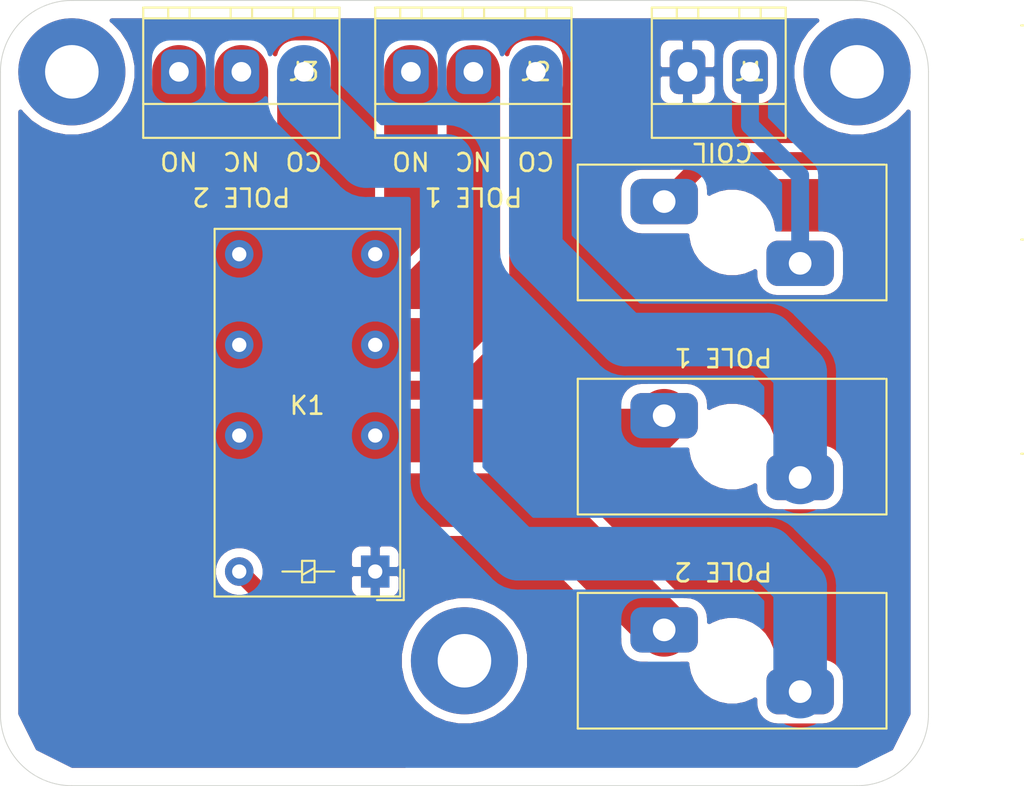
<source format=kicad_pcb>
(kicad_pcb (version 20171130) (host pcbnew 5.1.5-1.fc31)

  (general
    (thickness 1.6)
    (drawings 19)
    (tracks 42)
    (zones 0)
    (modules 7)
    (nets 12)
  )

  (page A4)
  (layers
    (0 F.Cu signal)
    (31 B.Cu signal)
    (32 B.Adhes user hide)
    (33 F.Adhes user hide)
    (34 B.Paste user hide)
    (35 F.Paste user hide)
    (36 B.SilkS user)
    (37 F.SilkS user)
    (38 B.Mask user)
    (39 F.Mask user)
    (40 Dwgs.User user hide)
    (41 Cmts.User user hide)
    (42 Eco1.User user hide)
    (43 Eco2.User user hide)
    (44 Edge.Cuts user)
    (45 Margin user hide)
    (46 B.CrtYd user hide)
    (47 F.CrtYd user hide)
    (48 B.Fab user hide)
    (49 F.Fab user hide)
  )

  (setup
    (last_trace_width 0.25)
    (trace_clearance 0.2)
    (zone_clearance 0.508)
    (zone_45_only no)
    (trace_min 0.2)
    (via_size 0.8)
    (via_drill 0.4)
    (via_min_size 0.4)
    (via_min_drill 0.3)
    (uvia_size 0.3)
    (uvia_drill 0.1)
    (uvias_allowed no)
    (uvia_min_size 0.2)
    (uvia_min_drill 0.1)
    (edge_width 0.05)
    (segment_width 0.2)
    (pcb_text_width 0.3)
    (pcb_text_size 1.5 1.5)
    (mod_edge_width 0.12)
    (mod_text_size 1 1)
    (mod_text_width 0.15)
    (pad_size 3.78 3.78)
    (pad_drill 3.78)
    (pad_to_mask_clearance 0.051)
    (solder_mask_min_width 0.25)
    (aux_axis_origin 0 0)
    (visible_elements FFFFFF7F)
    (pcbplotparams
      (layerselection 0x010f0_ffffffff)
      (usegerberextensions true)
      (usegerberattributes false)
      (usegerberadvancedattributes false)
      (creategerberjobfile false)
      (excludeedgelayer true)
      (linewidth 0.100000)
      (plotframeref false)
      (viasonmask false)
      (mode 1)
      (useauxorigin true)
      (hpglpennumber 1)
      (hpglpenspeed 20)
      (hpglpendiameter 15.000000)
      (psnegative false)
      (psa4output false)
      (plotreference true)
      (plotvalue true)
      (plotinvisibletext false)
      (padsonsilk false)
      (subtractmaskfromsilk false)
      (outputformat 1)
      (mirror false)
      (drillshape 0)
      (scaleselection 1)
      (outputdirectory "/home/preeve/gerber/"))
  )

  (net 0 "")
  (net 1 "Net-(F1-Pad2)")
  (net 2 "Net-(F1-Pad1)")
  (net 3 "Net-(F2-Pad2)")
  (net 4 "Net-(F2-Pad1)")
  (net 5 "Net-(F3-Pad2)")
  (net 6 "Net-(F3-Pad1)")
  (net 7 "Net-(J1-Pad2)")
  (net 8 "Net-(J2-Pad3)")
  (net 9 "Net-(J3-Pad2)")
  (net 10 "Net-(J2-Pad2)")
  (net 11 "Net-(J3-Pad3)")

  (net_class Default "This is the default net class."
    (clearance 0.2)
    (trace_width 0.25)
    (via_dia 0.8)
    (via_drill 0.4)
    (uvia_dia 0.3)
    (uvia_drill 0.1)
    (add_net "Net-(F1-Pad1)")
    (add_net "Net-(F1-Pad2)")
    (add_net "Net-(F2-Pad1)")
    (add_net "Net-(F2-Pad2)")
    (add_net "Net-(F3-Pad1)")
    (add_net "Net-(F3-Pad2)")
    (add_net "Net-(J1-Pad2)")
    (add_net "Net-(J2-Pad2)")
    (add_net "Net-(J2-Pad3)")
    (add_net "Net-(J3-Pad2)")
    (add_net "Net-(J3-Pad3)")
  )

  (module troll-relay:LITTLEFUSE_153008 (layer F.Cu) (tedit 5E15B8BB) (tstamp 5E14781A)
    (at 158 133 90)
    (path /5E153D82)
    (fp_text reference F2 (at 0 0 180) (layer F.SilkS)
      (effects (font (size 1 1) (thickness 0.15)))
    )
    (fp_text value Fuse (at 0 -5.08 90) (layer F.Fab)
      (effects (font (size 1 1) (thickness 0.15)))
    )
    (fp_line (start -3.8 8.65) (end -3.8 -8.65) (layer F.SilkS) (width 0.12))
    (fp_line (start 3.8 8.65) (end -3.8 8.65) (layer F.SilkS) (width 0.12))
    (fp_line (start 11.6 16.2) (end 11.6 16.3) (layer F.SilkS) (width 0.12))
    (fp_line (start 3.8 -8.65) (end 3.8 8.55) (layer F.SilkS) (width 0.12))
    (fp_line (start -3.8 -8.65) (end 3.8 -8.65) (layer F.SilkS) (width 0.12))
    (pad 2 thru_hole roundrect (at -1.73 3.81 90) (size 2.54 3.78) (drill 1.27) (layers *.Cu *.Mask) (roundrect_rratio 0.25)
      (net 3 "Net-(F2-Pad2)"))
    (pad 1 thru_hole roundrect (at 1.73 -3.81 90) (size 2.54 3.78) (drill 1.27) (layers *.Cu *.Mask) (roundrect_rratio 0.25)
      (net 4 "Net-(F2-Pad1)"))
    (pad "" np_thru_hole circle (at 0 0 90) (size 3.78 3.78) (drill 3.78) (layers *.Cu))
  )

  (module troll-relay:LITTLEFUSE_153008 (layer F.Cu) (tedit 5E15B8DC) (tstamp 5E14964E)
    (at 158 109 90)
    (path /5E14A5A0)
    (fp_text reference F3 (at 0 0 180) (layer F.SilkS)
      (effects (font (size 1 1) (thickness 0.15)))
    )
    (fp_text value Fuse (at 0 -5.08 90) (layer F.Fab)
      (effects (font (size 1 1) (thickness 0.15)))
    )
    (fp_line (start -3.8 8.65) (end -3.8 -8.65) (layer F.SilkS) (width 0.12))
    (fp_line (start 3.8 8.65) (end -3.8 8.65) (layer F.SilkS) (width 0.12))
    (fp_line (start 11.6 16.2) (end 11.6 16.3) (layer F.SilkS) (width 0.12))
    (fp_line (start 3.8 -8.65) (end 3.8 8.55) (layer F.SilkS) (width 0.12))
    (fp_line (start -3.8 -8.65) (end 3.8 -8.65) (layer F.SilkS) (width 0.12))
    (pad 2 thru_hole roundrect (at -1.73 3.81 90) (size 2.54 3.78) (drill 1.27) (layers *.Cu *.Mask) (roundrect_rratio 0.25)
      (net 5 "Net-(F3-Pad2)"))
    (pad 1 thru_hole roundrect (at 1.73 -3.81 90) (size 2.54 3.78) (drill 1.27) (layers *.Cu *.Mask) (roundrect_rratio 0.25)
      (net 6 "Net-(F3-Pad1)"))
    (pad "" np_thru_hole circle (at 0 0 90) (size 3.78 3.78) (drill 3.78) (layers *.Cu))
  )

  (module troll-relay:PHOENIX_MKDS_3.5MM_3-POLE_#1751251 (layer F.Cu) (tedit 5E14F4AF) (tstamp 5E15202C)
    (at 134 100 180)
    (path /5E14969E)
    (fp_text reference J3 (at 0 0) (layer F.SilkS)
      (effects (font (size 1 1) (thickness 0.15)))
    )
    (fp_text value Screw_Terminal_01x03 (at 0 -5) (layer F.Fab)
      (effects (font (size 1 1) (thickness 0.15)))
    )
    (fp_line (start 7.6 3) (end 7.6 3.6) (layer F.SilkS) (width 0.12))
    (fp_line (start 6.4 3) (end 6.4 3.6) (layer F.SilkS) (width 0.12))
    (fp_line (start 9 -3.7) (end 9 3.6) (layer F.SilkS) (width 0.12))
    (fp_line (start 4.1 3) (end 4.1 3.6) (layer F.SilkS) (width 0.12))
    (fp_line (start 2.9 3) (end 2.9 3.6) (layer F.SilkS) (width 0.12))
    (fp_line (start 0.6 3) (end 0.6 3.6) (layer F.SilkS) (width 0.12))
    (fp_line (start -0.6 3) (end -0.6 3.6) (layer F.SilkS) (width 0.12))
    (fp_line (start -2 -1.8) (end 9 -1.8) (layer F.SilkS) (width 0.12))
    (fp_line (start -2 3) (end 9 3) (layer F.SilkS) (width 0.12))
    (fp_line (start -2 3.6) (end -2 -3.7) (layer F.SilkS) (width 0.12))
    (fp_line (start 9 3.6) (end -2 3.6) (layer F.SilkS) (width 0.12))
    (fp_line (start -2 -3.7) (end 9 -3.7) (layer F.SilkS) (width 0.12))
    (pad 3 thru_hole roundrect (at 7 0 180) (size 2 2.5) (drill 1.1) (layers *.Cu *.Mask) (roundrect_rratio 0.25)
      (net 11 "Net-(J3-Pad3)"))
    (pad 2 thru_hole roundrect (at 3.5 0 180) (size 2 2.5) (drill 1.1) (layers *.Cu *.Mask) (roundrect_rratio 0.25)
      (net 9 "Net-(J3-Pad2)"))
    (pad 1 thru_hole roundrect (at 0 0 180) (size 2 2.5) (drill 1.1) (layers *.Cu *.Mask) (roundrect_rratio 0.25)
      (net 3 "Net-(F2-Pad2)"))
  )

  (module troll-relay:LITTLEFUSE_153008 (layer F.Cu) (tedit 5E15B8CE) (tstamp 5E1512BA)
    (at 158 121 90)
    (path /5E14AACC)
    (fp_text reference F1 (at 0 0 180) (layer F.SilkS)
      (effects (font (size 1 1) (thickness 0.15)))
    )
    (fp_text value Fuse (at 0 -5.08 90) (layer F.Fab)
      (effects (font (size 1 1) (thickness 0.15)))
    )
    (fp_line (start -3.8 8.65) (end -3.8 -8.65) (layer F.SilkS) (width 0.12))
    (fp_line (start 3.8 8.65) (end -3.8 8.65) (layer F.SilkS) (width 0.12))
    (fp_line (start 11.6 16.2) (end 11.6 16.3) (layer F.SilkS) (width 0.12))
    (fp_line (start 3.8 -8.65) (end 3.8 8.55) (layer F.SilkS) (width 0.12))
    (fp_line (start -3.8 -8.65) (end 3.8 -8.65) (layer F.SilkS) (width 0.12))
    (pad 2 thru_hole roundrect (at -1.73 3.81 90) (size 2.54 3.78) (drill 1.27) (layers *.Cu *.Mask) (roundrect_rratio 0.25)
      (net 1 "Net-(F1-Pad2)"))
    (pad 1 thru_hole roundrect (at 1.73 -3.81 90) (size 2.54 3.78) (drill 1.27) (layers *.Cu *.Mask) (roundrect_rratio 0.25)
      (net 2 "Net-(F1-Pad1)"))
    (pad "" np_thru_hole circle (at 0 0 90) (size 3.78 3.78) (drill 3.78) (layers *.Cu))
  )

  (module troll-relay:PHOENIX_MKDS_3.5MM_3-POLE_#1751251 (layer F.Cu) (tedit 5E14F4AF) (tstamp 5E147879)
    (at 147 100 180)
    (path /5E1490C1)
    (fp_text reference J2 (at 0 0) (layer F.SilkS)
      (effects (font (size 1 1) (thickness 0.15)))
    )
    (fp_text value Screw_Terminal_01x03 (at 0 -5) (layer F.Fab)
      (effects (font (size 1 1) (thickness 0.15)))
    )
    (fp_line (start 7.6 3) (end 7.6 3.6) (layer F.SilkS) (width 0.12))
    (fp_line (start 6.4 3) (end 6.4 3.6) (layer F.SilkS) (width 0.12))
    (fp_line (start 9 -3.7) (end 9 3.6) (layer F.SilkS) (width 0.12))
    (fp_line (start 4.1 3) (end 4.1 3.6) (layer F.SilkS) (width 0.12))
    (fp_line (start 2.9 3) (end 2.9 3.6) (layer F.SilkS) (width 0.12))
    (fp_line (start 0.6 3) (end 0.6 3.6) (layer F.SilkS) (width 0.12))
    (fp_line (start -0.6 3) (end -0.6 3.6) (layer F.SilkS) (width 0.12))
    (fp_line (start -2 -1.8) (end 9 -1.8) (layer F.SilkS) (width 0.12))
    (fp_line (start -2 3) (end 9 3) (layer F.SilkS) (width 0.12))
    (fp_line (start -2 3.6) (end -2 -3.7) (layer F.SilkS) (width 0.12))
    (fp_line (start 9 3.6) (end -2 3.6) (layer F.SilkS) (width 0.12))
    (fp_line (start -2 -3.7) (end 9 -3.7) (layer F.SilkS) (width 0.12))
    (pad 3 thru_hole roundrect (at 7 0 180) (size 2 2.5) (drill 1.1) (layers *.Cu *.Mask) (roundrect_rratio 0.25)
      (net 8 "Net-(J2-Pad3)"))
    (pad 2 thru_hole roundrect (at 3.5 0 180) (size 2 2.5) (drill 1.1) (layers *.Cu *.Mask) (roundrect_rratio 0.25)
      (net 10 "Net-(J2-Pad2)"))
    (pad 1 thru_hole roundrect (at 0 0 180) (size 2 2.5) (drill 1.1) (layers *.Cu *.Mask) (roundrect_rratio 0.25)
      (net 1 "Net-(F1-Pad2)"))
  )

  (module troll-relay:PHOENIX_MKDS_3.5MM_2-POLE_#1751248 (layer F.Cu) (tedit 5E14F116) (tstamp 5E147850)
    (at 159 100 180)
    (path /5E14A049)
    (fp_text reference J1 (at 0 0) (layer F.SilkS)
      (effects (font (size 1 1) (thickness 0.15)))
    )
    (fp_text value Screw_Terminal_01x02 (at 0 -5) (layer F.Fab)
      (effects (font (size 1 1) (thickness 0.15)))
    )
    (fp_line (start 4.1 3) (end 4.1 3.6) (layer F.SilkS) (width 0.12))
    (fp_line (start 2.9 3) (end 2.9 3.6) (layer F.SilkS) (width 0.12))
    (fp_line (start 0.6 3) (end 0.6 3.6) (layer F.SilkS) (width 0.12))
    (fp_line (start -0.6 3) (end -0.6 3.6) (layer F.SilkS) (width 0.12))
    (fp_line (start -2 -1.8) (end 5.5 -1.8) (layer F.SilkS) (width 0.12))
    (fp_line (start -2 3) (end 5.5 3) (layer F.SilkS) (width 0.12))
    (fp_line (start -2 3.6) (end -2 -3.7) (layer F.SilkS) (width 0.12))
    (fp_line (start 5.5 3.6) (end -2 3.6) (layer F.SilkS) (width 0.12))
    (fp_line (start 5.5 -3.7) (end 5.5 3.6) (layer F.SilkS) (width 0.12))
    (fp_line (start -2 -3.7) (end 5.5 -3.7) (layer F.SilkS) (width 0.12))
    (pad 2 thru_hole roundrect (at 3.5 0 180) (size 2 2.5) (drill 1.1) (layers *.Cu *.Mask) (roundrect_rratio 0.25)
      (net 7 "Net-(J1-Pad2)"))
    (pad 1 thru_hole roundrect (at 0 0 180) (size 2 2.5) (drill 1.1) (layers *.Cu *.Mask) (roundrect_rratio 0.25)
      (net 5 "Net-(F3-Pad2)"))
  )

  (module Relay_THT:Relay_DPDT_Finder_30.22 (layer F.Cu) (tedit 5A6F8F81) (tstamp 5E1478C6)
    (at 138 128 90)
    (descr "Finder 32.21-x000 Relay, DPDT, https://gfinder.findernet.com/public/attachments/30/EN/S30EN.pdf")
    (tags "AXICOM IM-Series Relay SPDT")
    (path /5E146D6E)
    (fp_text reference K1 (at 9.3 -3.81) (layer F.SilkS)
      (effects (font (size 1 1) (thickness 0.15)))
    )
    (fp_text value FINDER-30.22 (at 8.4 2.4 90) (layer F.Fab)
      (effects (font (size 1 1) (thickness 0.15)))
    )
    (fp_line (start 19.29 1.49) (end -1.51 1.49) (layer F.CrtYd) (width 0.05))
    (fp_line (start 19.29 1.49) (end 19.29 -9.11) (layer F.CrtYd) (width 0.05))
    (fp_line (start -1.51 -9.11) (end -1.51 1.49) (layer F.CrtYd) (width 0.05))
    (fp_line (start -1.51 -9.11) (end 19.29 -9.11) (layer F.CrtYd) (width 0.05))
    (fp_line (start 0 -2.3) (end 0 -5.2) (layer F.Fab) (width 0.12))
    (fp_line (start -0.6 -4.1) (end -0.6 -3.4) (layer F.SilkS) (width 0.12))
    (fp_line (start 0.6 -4.1) (end -0.6 -4.1) (layer F.SilkS) (width 0.12))
    (fp_line (start 0.6 -3.4) (end 0.6 -4.1) (layer F.SilkS) (width 0.12))
    (fp_line (start -0.6 -3.4) (end 0.6 -3.4) (layer F.SilkS) (width 0.12))
    (fp_line (start 0.2 -3.4) (end -0.2 -4.1) (layer F.SilkS) (width 0.12))
    (fp_line (start 0 -4.1) (end 0 -5.2) (layer F.SilkS) (width 0.12))
    (fp_line (start 0 -3.4) (end 0 -2.3) (layer F.SilkS) (width 0.12))
    (fp_line (start 19.04 1.24) (end 0.04 1.2) (layer F.Fab) (width 0.12))
    (fp_line (start 19.04 -8.86) (end 19.04 1.24) (layer F.Fab) (width 0.12))
    (fp_line (start -1.22 -8.86) (end 19.04 -8.86) (layer F.Fab) (width 0.12))
    (fp_line (start -1.26 -0.2) (end -1.22 -8.86) (layer F.Fab) (width 0.12))
    (fp_line (start 19.2 -9) (end 19.2 1.4) (layer F.SilkS) (width 0.12))
    (fp_line (start -1.4 -9) (end 19.2 -9) (layer F.SilkS) (width 0.12))
    (fp_line (start -1.4 1.4) (end -1.4 -9) (layer F.SilkS) (width 0.12))
    (fp_line (start 19.2 1.4) (end -1.4 1.4) (layer F.SilkS) (width 0.12))
    (fp_line (start -1.6 1.6) (end -1.6 0.1) (layer F.SilkS) (width 0.12))
    (fp_line (start 0.1 1.6) (end -1.6 1.6) (layer F.SilkS) (width 0.12))
    (fp_line (start 0.04 1.2) (end -1.26 -0.2) (layer F.Fab) (width 0.12))
    (fp_text user %R (at 10.2 -4.1 270) (layer F.Fab)
      (effects (font (size 1 1) (thickness 0.15)))
    )
    (pad 12 thru_hole circle (at 12.7 0 180) (size 1.6 1.6) (drill 0.8) (layers *.Cu *.Mask)
      (net 10 "Net-(J2-Pad2)"))
    (pad 14 thru_hole circle (at 17.78 0 180) (size 1.6 1.6) (drill 0.8) (layers *.Cu *.Mask)
      (net 8 "Net-(J2-Pad3)"))
    (pad 11 thru_hole circle (at 7.62 0 180) (size 1.6 1.6) (drill 0.8) (layers *.Cu *.Mask)
      (net 2 "Net-(F1-Pad1)"))
    (pad A2 thru_hole circle (at 0 -7.62 180) (size 1.6 1.6) (drill 0.8) (layers *.Cu *.Mask)
      (net 6 "Net-(F3-Pad1)"))
    (pad A1 thru_hole rect (at 0 0 180) (size 1.6 1.8) (drill 0.8) (layers *.Cu *.Mask)
      (net 7 "Net-(J1-Pad2)"))
    (pad 24 thru_hole circle (at 17.78 -7.62 270) (size 1.6 1.6) (drill 0.8) (layers *.Cu *.Mask)
      (net 11 "Net-(J3-Pad3)"))
    (pad 22 thru_hole circle (at 12.7 -7.62 180) (size 1.6 1.6) (drill 0.8) (layers *.Cu *.Mask)
      (net 9 "Net-(J3-Pad2)"))
    (pad 21 thru_hole circle (at 7.62 -7.62 180) (size 1.6 1.6) (drill 0.8) (layers *.Cu *.Mask)
      (net 4 "Net-(F2-Pad1)"))
    (model ${KISYS3DMOD}/Relay_THT.3dshapes/Relay_DPDT_Finder_30.22.wrl
      (at (xyz 0 0 0))
      (scale (xyz 1 1 1))
      (rotate (xyz 0 0 0))
    )
  )

  (gr_arc (start 121 136) (end 117 136) (angle -90) (layer Edge.Cuts) (width 0.05))
  (gr_arc (start 165 136) (end 165 140) (angle -90) (layer Edge.Cuts) (width 0.05))
  (gr_arc (start 165 100) (end 169 100) (angle -90) (layer Edge.Cuts) (width 0.05))
  (gr_arc (start 121 100) (end 121 96) (angle -90) (layer Edge.Cuts) (width 0.05))
  (gr_text "POLE 2" (at 157.5 128 180) (layer F.SilkS) (tstamp 5E155117)
    (effects (font (size 1 1) (thickness 0.15)))
  )
  (gr_text "POLE 1" (at 157.5 116 180) (layer F.SilkS) (tstamp 5E155113)
    (effects (font (size 1 1) (thickness 0.15)))
  )
  (gr_text "POLE 1" (at 143.5 107 180) (layer F.SilkS)
    (effects (font (size 1 1) (thickness 0.15)))
  )
  (gr_text "POLE 2" (at 130.5 107 180) (layer F.SilkS)
    (effects (font (size 1 1) (thickness 0.15)))
  )
  (gr_line (start 117 136) (end 117 100) (layer Edge.Cuts) (width 0.05) (tstamp 5E1550BB))
  (gr_line (start 165 140) (end 121 140) (layer Edge.Cuts) (width 0.05))
  (gr_line (start 169 100) (end 169 136) (layer Edge.Cuts) (width 0.05))
  (gr_line (start 121 96) (end 165 96) (layer Edge.Cuts) (width 0.05))
  (gr_text NO (at 127 105 180) (layer F.SilkS)
    (effects (font (size 1 1) (thickness 0.15)))
  )
  (gr_text NC (at 130.5 105 180) (layer F.SilkS)
    (effects (font (size 1 1) (thickness 0.15)))
  )
  (gr_text NO (at 140 105 180) (layer F.SilkS)
    (effects (font (size 1 1) (thickness 0.15)))
  )
  (gr_text NC (at 143.5 105 180) (layer F.SilkS)
    (effects (font (size 1 1) (thickness 0.15)))
  )
  (gr_text CO (at 147 105 180) (layer F.SilkS)
    (effects (font (size 1 1) (thickness 0.15)))
  )
  (gr_text CO (at 134 105 180) (layer F.SilkS)
    (effects (font (size 1 1) (thickness 0.15)))
  )
  (gr_text COIL (at 157.48 104.5 180) (layer F.SilkS)
    (effects (font (size 1 1) (thickness 0.15)))
  )

  (via (at 143 133) (size 6) (drill 3) (layers F.Cu B.Cu) (net 0) (tstamp 5E15162A))
  (via (at 121 100) (size 6) (drill 3) (layers F.Cu B.Cu) (net 0) (tstamp 5E14A6F7))
  (via (at 165 100) (size 6) (drill 3) (layers F.Cu B.Cu) (net 0) (tstamp 5E14A6F7))
  (segment (start 147 100) (end 147 110) (width 3) (layer B.Cu) (net 1))
  (segment (start 147 110) (end 152 115) (width 3) (layer B.Cu) (net 1))
  (segment (start 152 115) (end 160 115) (width 3) (layer B.Cu) (net 1))
  (segment (start 161.81 116.81) (end 161.81 122.73) (width 3) (layer B.Cu) (net 1))
  (segment (start 160 115) (end 161.81 116.81) (width 3) (layer B.Cu) (net 1))
  (segment (start 153.08 120.38) (end 154.19 119.27) (width 3) (layer F.Cu) (net 2))
  (segment (start 138 120.38) (end 153.08 120.38) (width 3) (layer F.Cu) (net 2))
  (segment (start 134 101.525497) (end 134 100) (width 3) (layer B.Cu) (net 3))
  (segment (start 137.474503 105) (end 134 101.525497) (width 3) (layer B.Cu) (net 3))
  (segment (start 161.81 128.81) (end 160 127) (width 3) (layer B.Cu) (net 3))
  (segment (start 142 105) (end 137.474503 105) (width 3) (layer B.Cu) (net 3))
  (segment (start 161.81 134.73) (end 161.81 128.81) (width 3) (layer B.Cu) (net 3))
  (segment (start 160 127) (end 146 127) (width 3) (layer B.Cu) (net 3))
  (segment (start 142 123) (end 142 105) (width 3) (layer B.Cu) (net 3))
  (segment (start 146 127) (end 142 123) (width 3) (layer B.Cu) (net 3))
  (segment (start 146.92 124) (end 154.19 131.27) (width 3) (layer F.Cu) (net 4))
  (segment (start 130.38 120.38) (end 134 124) (width 3) (layer F.Cu) (net 4))
  (segment (start 134 124) (end 146.92 124) (width 3) (layer F.Cu) (net 4))
  (segment (start 159 100) (end 159 103) (width 1) (layer B.Cu) (net 5))
  (segment (start 161.81 105.81) (end 161.81 110.73) (width 1) (layer B.Cu) (net 5))
  (segment (start 159 103) (end 161.81 105.81) (width 1) (layer B.Cu) (net 5))
  (segment (start 154.19 107.27) (end 156.46 105) (width 1) (layer F.Cu) (net 6))
  (segment (start 156.46 105) (end 164 105) (width 1) (layer F.Cu) (net 6))
  (segment (start 164 105) (end 166 107) (width 1) (layer F.Cu) (net 6))
  (segment (start 166 107) (end 166 137) (width 1) (layer F.Cu) (net 6))
  (segment (start 166 137) (end 165 138) (width 1) (layer F.Cu) (net 6))
  (segment (start 140.38 138) (end 130.38 128) (width 1) (layer F.Cu) (net 6))
  (segment (start 165 138) (end 140.38 138) (width 1) (layer F.Cu) (net 6))
  (segment (start 140 108.22) (end 138 110.22) (width 3) (layer F.Cu) (net 8))
  (segment (start 140 100) (end 140 108.22) (width 3) (layer F.Cu) (net 8))
  (segment (start 130.38 115.3) (end 134 111.68) (width 3) (layer F.Cu) (net 9))
  (segment (start 134 111.68) (end 134 108) (width 3) (layer F.Cu) (net 9))
  (segment (start 130.5 104.5) (end 130.5 100) (width 3) (layer F.Cu) (net 9))
  (segment (start 134 108) (end 130.5 104.5) (width 3) (layer F.Cu) (net 9))
  (segment (start 143.5 100) (end 143.5 113.5) (width 3) (layer F.Cu) (net 10))
  (segment (start 141.7 115.3) (end 138 115.3) (width 3) (layer F.Cu) (net 10))
  (segment (start 143.5 113.5) (end 141.7 115.3) (width 3) (layer F.Cu) (net 10))
  (segment (start 127 106.84) (end 130.38 110.22) (width 3) (layer F.Cu) (net 11))
  (segment (start 127 100) (end 127 106.84) (width 3) (layer F.Cu) (net 11))

  (zone (net 7) (net_name "Net-(J1-Pad2)") (layer F.Cu) (tstamp 0) (hatch edge 0.508)
    (connect_pads (clearance 0.508))
    (min_thickness 0.254)
    (fill yes (arc_segments 32) (thermal_gap 0.508) (thermal_bridge_width 0.508))
    (polygon
      (pts
        (xy 167 98) (xy 168 100) (xy 168 136) (xy 167 138) (xy 165 139)
        (xy 121 139) (xy 119 138) (xy 118 136) (xy 118 100) (xy 119 98)
        (xy 121 97) (xy 165 97)
      )
    )
    (filled_polygon
      (pts
        (xy 162.682823 97.176511) (xy 162.176511 97.682823) (xy 161.778705 98.278182) (xy 161.504691 98.93971) (xy 161.365 99.641984)
        (xy 161.365 100.358016) (xy 161.504691 101.06029) (xy 161.778705 101.721818) (xy 162.176511 102.317177) (xy 162.682823 102.823489)
        (xy 163.278182 103.221295) (xy 163.93971 103.495309) (xy 164.641984 103.635) (xy 165.358016 103.635) (xy 166.06029 103.495309)
        (xy 166.721818 103.221295) (xy 167.317177 102.823489) (xy 167.823489 102.317177) (xy 167.873 102.243079) (xy 167.873 135.97002)
        (xy 166.90534 137.90534) (xy 166.494243 138.110888) (xy 166.763145 137.841987) (xy 166.806449 137.806449) (xy 166.889684 137.705028)
        (xy 166.948284 137.633623) (xy 167.053676 137.436447) (xy 167.118577 137.222499) (xy 167.140491 137) (xy 167.135 136.944248)
        (xy 167.135 107.055751) (xy 167.140491 106.999999) (xy 167.118577 106.7775) (xy 167.075767 106.636378) (xy 167.053676 106.563553)
        (xy 166.948284 106.366377) (xy 166.806449 106.193551) (xy 166.763141 106.158009) (xy 164.841996 104.236865) (xy 164.806449 104.193551)
        (xy 164.633623 104.051716) (xy 164.436447 103.946324) (xy 164.222499 103.881423) (xy 164.055752 103.865) (xy 164.055751 103.865)
        (xy 164 103.859509) (xy 163.944249 103.865) (xy 156.515752 103.865) (xy 156.46 103.859509) (xy 156.404248 103.865)
        (xy 156.237501 103.881423) (xy 156.023553 103.946324) (xy 155.826377 104.051716) (xy 155.653551 104.193551) (xy 155.618009 104.236859)
        (xy 154.492941 105.361928) (xy 152.935 105.361928) (xy 152.686636 105.38639) (xy 152.447816 105.458835) (xy 152.227719 105.576479)
        (xy 152.034802 105.734802) (xy 151.876479 105.927719) (xy 151.758835 106.147816) (xy 151.68639 106.386636) (xy 151.661928 106.635)
        (xy 151.661928 107.905) (xy 151.68639 108.153364) (xy 151.758835 108.392184) (xy 151.876479 108.612281) (xy 152.034802 108.805198)
        (xy 152.227719 108.963521) (xy 152.447816 109.081165) (xy 152.686636 109.15361) (xy 152.935 109.178072) (xy 155.445 109.178072)
        (xy 155.475 109.175117) (xy 155.475 109.248691) (xy 155.572035 109.736515) (xy 155.762374 110.196036) (xy 156.038705 110.609593)
        (xy 156.390407 110.961295) (xy 156.803964 111.237626) (xy 157.263485 111.427965) (xy 157.751309 111.525) (xy 158.248691 111.525)
        (xy 158.736515 111.427965) (xy 159.196036 111.237626) (xy 159.281928 111.180235) (xy 159.281928 111.365) (xy 159.30639 111.613364)
        (xy 159.378835 111.852184) (xy 159.496479 112.072281) (xy 159.654802 112.265198) (xy 159.847719 112.423521) (xy 160.067816 112.541165)
        (xy 160.306636 112.61361) (xy 160.555 112.638072) (xy 163.065 112.638072) (xy 163.313364 112.61361) (xy 163.552184 112.541165)
        (xy 163.772281 112.423521) (xy 163.965198 112.265198) (xy 164.123521 112.072281) (xy 164.241165 111.852184) (xy 164.31361 111.613364)
        (xy 164.338072 111.365) (xy 164.338072 110.095) (xy 164.31361 109.846636) (xy 164.241165 109.607816) (xy 164.123521 109.387719)
        (xy 163.965198 109.194802) (xy 163.772281 109.036479) (xy 163.552184 108.918835) (xy 163.313364 108.84639) (xy 163.065 108.821928)
        (xy 160.555 108.821928) (xy 160.525 108.824883) (xy 160.525 108.751309) (xy 160.427965 108.263485) (xy 160.237626 107.803964)
        (xy 159.961295 107.390407) (xy 159.609593 107.038705) (xy 159.196036 106.762374) (xy 158.736515 106.572035) (xy 158.248691 106.475)
        (xy 157.751309 106.475) (xy 157.263485 106.572035) (xy 156.803964 106.762374) (xy 156.718072 106.819765) (xy 156.718072 106.635)
        (xy 156.69361 106.386636) (xy 156.690092 106.375039) (xy 156.930132 106.135) (xy 163.529869 106.135) (xy 164.865 107.470132)
        (xy 164.865001 136.529867) (xy 164.529868 136.865) (xy 140.850133 136.865) (xy 136.627117 132.641984) (xy 139.365 132.641984)
        (xy 139.365 133.358016) (xy 139.504691 134.06029) (xy 139.778705 134.721818) (xy 140.176511 135.317177) (xy 140.682823 135.823489)
        (xy 141.278182 136.221295) (xy 141.93971 136.495309) (xy 142.641984 136.635) (xy 143.358016 136.635) (xy 144.06029 136.495309)
        (xy 144.721818 136.221295) (xy 145.317177 135.823489) (xy 145.823489 135.317177) (xy 146.221295 134.721818) (xy 146.495309 134.06029)
        (xy 146.635 133.358016) (xy 146.635 132.641984) (xy 146.495309 131.93971) (xy 146.221295 131.278182) (xy 145.823489 130.682823)
        (xy 145.317177 130.176511) (xy 144.721818 129.778705) (xy 144.06029 129.504691) (xy 143.358016 129.365) (xy 142.641984 129.365)
        (xy 141.93971 129.504691) (xy 141.278182 129.778705) (xy 140.682823 130.176511) (xy 140.176511 130.682823) (xy 139.778705 131.278182)
        (xy 139.504691 131.93971) (xy 139.365 132.641984) (xy 136.627117 132.641984) (xy 132.885132 128.9) (xy 136.561928 128.9)
        (xy 136.574188 129.024482) (xy 136.610498 129.14418) (xy 136.669463 129.254494) (xy 136.748815 129.351185) (xy 136.845506 129.430537)
        (xy 136.95582 129.489502) (xy 137.075518 129.525812) (xy 137.2 129.538072) (xy 137.71425 129.535) (xy 137.873 129.37625)
        (xy 137.873 128.127) (xy 138.127 128.127) (xy 138.127 129.37625) (xy 138.28575 129.535) (xy 138.8 129.538072)
        (xy 138.924482 129.525812) (xy 139.04418 129.489502) (xy 139.154494 129.430537) (xy 139.251185 129.351185) (xy 139.330537 129.254494)
        (xy 139.389502 129.14418) (xy 139.425812 129.024482) (xy 139.438072 128.9) (xy 139.435 128.28575) (xy 139.27625 128.127)
        (xy 138.127 128.127) (xy 137.873 128.127) (xy 136.72375 128.127) (xy 136.565 128.28575) (xy 136.561928 128.9)
        (xy 132.885132 128.9) (xy 131.80785 127.822719) (xy 131.759853 127.581426) (xy 131.65168 127.320273) (xy 131.504499 127.1)
        (xy 136.561928 127.1) (xy 136.565 127.71425) (xy 136.72375 127.873) (xy 137.873 127.873) (xy 137.873 126.62375)
        (xy 138.127 126.62375) (xy 138.127 127.873) (xy 139.27625 127.873) (xy 139.435 127.71425) (xy 139.438072 127.1)
        (xy 139.425812 126.975518) (xy 139.389502 126.85582) (xy 139.330537 126.745506) (xy 139.251185 126.648815) (xy 139.154494 126.569463)
        (xy 139.04418 126.510498) (xy 138.924482 126.474188) (xy 138.8 126.461928) (xy 138.28575 126.465) (xy 138.127 126.62375)
        (xy 137.873 126.62375) (xy 137.71425 126.465) (xy 137.2 126.461928) (xy 137.075518 126.474188) (xy 136.95582 126.510498)
        (xy 136.845506 126.569463) (xy 136.748815 126.648815) (xy 136.669463 126.745506) (xy 136.610498 126.85582) (xy 136.574188 126.975518)
        (xy 136.561928 127.1) (xy 131.504499 127.1) (xy 131.494637 127.085241) (xy 131.294759 126.885363) (xy 131.059727 126.72832)
        (xy 130.798574 126.620147) (xy 130.521335 126.565) (xy 130.238665 126.565) (xy 129.961426 126.620147) (xy 129.700273 126.72832)
        (xy 129.465241 126.885363) (xy 129.265363 127.085241) (xy 129.10832 127.320273) (xy 129.000147 127.581426) (xy 128.945 127.858665)
        (xy 128.945 128.141335) (xy 129.000147 128.418574) (xy 129.10832 128.679727) (xy 129.265363 128.914759) (xy 129.465241 129.114637)
        (xy 129.700273 129.27168) (xy 129.961426 129.379853) (xy 130.202719 129.42785) (xy 139.538013 138.763146) (xy 139.573551 138.806449)
        (xy 139.616854 138.841987) (xy 139.616856 138.841989) (xy 139.654643 138.873) (xy 121.02998 138.873) (xy 119.09466 137.90534)
        (xy 118.127 135.97002) (xy 118.127 120.38) (xy 128.234671 120.38) (xy 128.275893 120.798533) (xy 128.397975 121.200982)
        (xy 128.596224 121.571881) (xy 128.796165 121.81551) (xy 132.416167 125.435513) (xy 132.483023 125.516977) (xy 132.564487 125.583833)
        (xy 132.564489 125.583835) (xy 132.736338 125.724868) (xy 132.808119 125.783777) (xy 133.179018 125.982026) (xy 133.581467 126.104108)
        (xy 133.895118 126.135) (xy 133.895127 126.135) (xy 133.999999 126.145329) (xy 134.104871 126.135) (xy 146.035655 126.135)
        (xy 151.661928 131.761274) (xy 151.661928 131.905) (xy 151.68639 132.153364) (xy 151.758835 132.392184) (xy 151.876479 132.612281)
        (xy 152.034802 132.805198) (xy 152.227719 132.963521) (xy 152.447816 133.081165) (xy 152.686636 133.15361) (xy 152.935 133.178072)
        (xy 153.23066 133.178072) (xy 153.369018 133.252026) (xy 153.771466 133.374108) (xy 154.19 133.415329) (xy 154.608533 133.374108)
        (xy 155.010982 133.252026) (xy 155.14934 133.178072) (xy 155.445 133.178072) (xy 155.475 133.175117) (xy 155.475 133.248691)
        (xy 155.572035 133.736515) (xy 155.762374 134.196036) (xy 156.038705 134.609593) (xy 156.390407 134.961295) (xy 156.803964 135.237626)
        (xy 157.263485 135.427965) (xy 157.751309 135.525) (xy 158.248691 135.525) (xy 158.736515 135.427965) (xy 159.196036 135.237626)
        (xy 159.281928 135.180235) (xy 159.281928 135.365) (xy 159.30639 135.613364) (xy 159.378835 135.852184) (xy 159.496479 136.072281)
        (xy 159.654802 136.265198) (xy 159.847719 136.423521) (xy 160.067816 136.541165) (xy 160.306636 136.61361) (xy 160.555 136.638072)
        (xy 163.065 136.638072) (xy 163.313364 136.61361) (xy 163.552184 136.541165) (xy 163.772281 136.423521) (xy 163.965198 136.265198)
        (xy 164.123521 136.072281) (xy 164.241165 135.852184) (xy 164.31361 135.613364) (xy 164.338072 135.365) (xy 164.338072 134.095)
        (xy 164.31361 133.846636) (xy 164.241165 133.607816) (xy 164.123521 133.387719) (xy 163.965198 133.194802) (xy 163.772281 133.036479)
        (xy 163.552184 132.918835) (xy 163.313364 132.84639) (xy 163.065 132.821928) (xy 160.555 132.821928) (xy 160.525 132.824883)
        (xy 160.525 132.751309) (xy 160.427965 132.263485) (xy 160.237626 131.803964) (xy 159.961295 131.390407) (xy 159.609593 131.038705)
        (xy 159.196036 130.762374) (xy 158.736515 130.572035) (xy 158.248691 130.475) (xy 157.751309 130.475) (xy 157.263485 130.572035)
        (xy 156.803964 130.762374) (xy 156.718072 130.819765) (xy 156.718072 130.635) (xy 156.69361 130.386636) (xy 156.621165 130.147816)
        (xy 156.503521 129.927719) (xy 156.345198 129.734802) (xy 156.152281 129.576479) (xy 155.932184 129.458835) (xy 155.693364 129.38639)
        (xy 155.445 129.361928) (xy 155.301274 129.361928) (xy 148.503837 122.564492) (xy 148.46322 122.515) (xy 152.975128 122.515)
        (xy 153.08 122.525329) (xy 153.184872 122.515) (xy 153.184882 122.515) (xy 153.498533 122.484108) (xy 153.900982 122.362026)
        (xy 154.271881 122.163777) (xy 154.596977 121.896977) (xy 154.663837 121.815508) (xy 155.301273 121.178072) (xy 155.445 121.178072)
        (xy 155.475 121.175117) (xy 155.475 121.248691) (xy 155.572035 121.736515) (xy 155.762374 122.196036) (xy 156.038705 122.609593)
        (xy 156.390407 122.961295) (xy 156.803964 123.237626) (xy 157.263485 123.427965) (xy 157.751309 123.525) (xy 158.248691 123.525)
        (xy 158.736515 123.427965) (xy 159.196036 123.237626) (xy 159.281928 123.180235) (xy 159.281928 123.365) (xy 159.30639 123.613364)
        (xy 159.378835 123.852184) (xy 159.496479 124.072281) (xy 159.654802 124.265198) (xy 159.847719 124.423521) (xy 160.067816 124.541165)
        (xy 160.306636 124.61361) (xy 160.555 124.638072) (xy 163.065 124.638072) (xy 163.313364 124.61361) (xy 163.552184 124.541165)
        (xy 163.772281 124.423521) (xy 163.965198 124.265198) (xy 164.123521 124.072281) (xy 164.241165 123.852184) (xy 164.31361 123.613364)
        (xy 164.338072 123.365) (xy 164.338072 122.095) (xy 164.31361 121.846636) (xy 164.241165 121.607816) (xy 164.123521 121.387719)
        (xy 163.965198 121.194802) (xy 163.772281 121.036479) (xy 163.552184 120.918835) (xy 163.313364 120.84639) (xy 163.065 120.821928)
        (xy 160.555 120.821928) (xy 160.525 120.824883) (xy 160.525 120.751309) (xy 160.427965 120.263485) (xy 160.237626 119.803964)
        (xy 159.961295 119.390407) (xy 159.609593 119.038705) (xy 159.196036 118.762374) (xy 158.736515 118.572035) (xy 158.248691 118.475)
        (xy 157.751309 118.475) (xy 157.263485 118.572035) (xy 156.803964 118.762374) (xy 156.718072 118.819765) (xy 156.718072 118.635)
        (xy 156.69361 118.386636) (xy 156.621165 118.147816) (xy 156.503521 117.927719) (xy 156.345198 117.734802) (xy 156.152281 117.576479)
        (xy 155.932184 117.458835) (xy 155.693364 117.38639) (xy 155.445 117.361928) (xy 155.149339 117.361928) (xy 155.010982 117.287975)
        (xy 154.608533 117.165893) (xy 154.189999 117.124671) (xy 153.771466 117.165893) (xy 153.369017 117.287975) (xy 153.230661 117.361928)
        (xy 152.935 117.361928) (xy 152.686636 117.38639) (xy 152.447816 117.458835) (xy 152.227719 117.576479) (xy 152.034802 117.734802)
        (xy 151.876479 117.927719) (xy 151.758835 118.147816) (xy 151.729355 118.245) (xy 137.895118 118.245) (xy 137.581467 118.275892)
        (xy 137.179018 118.397974) (xy 136.808119 118.596223) (xy 136.483023 118.863023) (xy 136.216223 119.188119) (xy 136.017974 119.559018)
        (xy 135.895892 119.961467) (xy 135.85467 120.38) (xy 135.895892 120.798533) (xy 136.017974 121.200982) (xy 136.216223 121.571881)
        (xy 136.45678 121.865) (xy 134.884346 121.865) (xy 131.81551 118.796165) (xy 131.571881 118.596224) (xy 131.200982 118.397975)
        (xy 130.798533 118.275893) (xy 130.38 118.234671) (xy 129.961467 118.275893) (xy 129.559018 118.397975) (xy 129.188119 118.596224)
        (xy 128.863023 118.863023) (xy 128.596224 119.188119) (xy 128.397975 119.559018) (xy 128.275893 119.961467) (xy 128.234671 120.38)
        (xy 118.127 120.38) (xy 118.127 106.84) (xy 124.854671 106.84) (xy 124.895893 107.258533) (xy 125.017975 107.660982)
        (xy 125.216224 108.031881) (xy 125.416165 108.27551) (xy 125.416168 108.275513) (xy 125.483024 108.356977) (xy 125.564487 108.423832)
        (xy 128.944489 111.803835) (xy 129.188118 112.003776) (xy 129.559018 112.202026) (xy 129.961466 112.324108) (xy 130.302917 112.357737)
        (xy 128.796165 113.86449) (xy 128.596224 114.108119) (xy 128.397975 114.479018) (xy 128.275893 114.881467) (xy 128.234671 115.3)
        (xy 128.275893 115.718533) (xy 128.397975 116.120982) (xy 128.596224 116.491881) (xy 128.863023 116.816977) (xy 129.188119 117.083776)
        (xy 129.559018 117.282025) (xy 129.961467 117.404107) (xy 130.38 117.445329) (xy 130.798533 117.404107) (xy 131.200982 117.282025)
        (xy 131.571881 117.083776) (xy 131.81551 116.883835) (xy 135.435513 113.263833) (xy 135.516977 113.196977) (xy 135.783777 112.871881)
        (xy 135.982026 112.500982) (xy 136.104108 112.098533) (xy 136.135 111.784882) (xy 136.135 111.784873) (xy 136.145329 111.680001)
        (xy 136.135 111.575129) (xy 136.135 111.259921) (xy 136.216224 111.411881) (xy 136.483023 111.736977) (xy 136.808119 112.003776)
        (xy 137.179018 112.202025) (xy 137.581467 112.324107) (xy 138 112.365329) (xy 138.418533 112.324107) (xy 138.820982 112.202025)
        (xy 139.191881 112.003776) (xy 139.43551 111.803835) (xy 141.365001 109.874345) (xy 141.365001 112.615653) (xy 140.815655 113.165)
        (xy 137.895118 113.165) (xy 137.581467 113.195892) (xy 137.179018 113.317974) (xy 136.808119 113.516223) (xy 136.483023 113.783023)
        (xy 136.216223 114.108119) (xy 136.017974 114.479018) (xy 135.895892 114.881467) (xy 135.85467 115.3) (xy 135.895892 115.718533)
        (xy 136.017974 116.120982) (xy 136.216223 116.491881) (xy 136.483023 116.816977) (xy 136.808119 117.083777) (xy 137.179018 117.282026)
        (xy 137.581467 117.404108) (xy 137.895118 117.435) (xy 141.595128 117.435) (xy 141.7 117.445329) (xy 141.804872 117.435)
        (xy 141.804882 117.435) (xy 142.118533 117.404108) (xy 142.520982 117.282026) (xy 142.891881 117.083777) (xy 143.216977 116.816977)
        (xy 143.283837 116.735508) (xy 144.935513 115.083833) (xy 145.016977 115.016977) (xy 145.128188 114.881467) (xy 145.283776 114.691882)
        (xy 145.397554 114.479018) (xy 145.482026 114.320982) (xy 145.604108 113.918533) (xy 145.635 113.604882) (xy 145.635 113.604873)
        (xy 145.645329 113.500001) (xy 145.635 113.395129) (xy 145.635 101.481309) (xy 145.695262 101.554738) (xy 145.867721 101.696272)
        (xy 146.064479 101.801441) (xy 146.277973 101.866204) (xy 146.5 101.888072) (xy 147.5 101.888072) (xy 147.722027 101.866204)
        (xy 147.935521 101.801441) (xy 148.132279 101.696272) (xy 148.304738 101.554738) (xy 148.446272 101.382279) (xy 148.516976 101.25)
        (xy 153.861928 101.25) (xy 153.874188 101.374482) (xy 153.910498 101.49418) (xy 153.969463 101.604494) (xy 154.048815 101.701185)
        (xy 154.145506 101.780537) (xy 154.25582 101.839502) (xy 154.375518 101.875812) (xy 154.5 101.888072) (xy 155.21425 101.885)
        (xy 155.373 101.72625) (xy 155.373 100.127) (xy 155.627 100.127) (xy 155.627 101.72625) (xy 155.78575 101.885)
        (xy 156.5 101.888072) (xy 156.624482 101.875812) (xy 156.74418 101.839502) (xy 156.854494 101.780537) (xy 156.951185 101.701185)
        (xy 157.030537 101.604494) (xy 157.089502 101.49418) (xy 157.125812 101.374482) (xy 157.138072 101.25) (xy 157.135 100.28575)
        (xy 156.97625 100.127) (xy 155.627 100.127) (xy 155.373 100.127) (xy 154.02375 100.127) (xy 153.865 100.28575)
        (xy 153.861928 101.25) (xy 148.516976 101.25) (xy 148.551441 101.185521) (xy 148.616204 100.972027) (xy 148.638072 100.75)
        (xy 148.638072 99.25) (xy 148.616204 99.027973) (xy 148.551441 98.814479) (xy 148.516977 98.75) (xy 153.861928 98.75)
        (xy 153.865 99.71425) (xy 154.02375 99.873) (xy 155.373 99.873) (xy 155.373 98.27375) (xy 155.627 98.27375)
        (xy 155.627 99.873) (xy 156.97625 99.873) (xy 157.135 99.71425) (xy 157.136479 99.25) (xy 157.361928 99.25)
        (xy 157.361928 100.75) (xy 157.383796 100.972027) (xy 157.448559 101.185521) (xy 157.553728 101.382279) (xy 157.695262 101.554738)
        (xy 157.867721 101.696272) (xy 158.064479 101.801441) (xy 158.277973 101.866204) (xy 158.5 101.888072) (xy 159.5 101.888072)
        (xy 159.722027 101.866204) (xy 159.935521 101.801441) (xy 160.132279 101.696272) (xy 160.304738 101.554738) (xy 160.446272 101.382279)
        (xy 160.551441 101.185521) (xy 160.616204 100.972027) (xy 160.638072 100.75) (xy 160.638072 99.25) (xy 160.616204 99.027973)
        (xy 160.551441 98.814479) (xy 160.446272 98.617721) (xy 160.304738 98.445262) (xy 160.132279 98.303728) (xy 159.935521 98.198559)
        (xy 159.722027 98.133796) (xy 159.5 98.111928) (xy 158.5 98.111928) (xy 158.277973 98.133796) (xy 158.064479 98.198559)
        (xy 157.867721 98.303728) (xy 157.695262 98.445262) (xy 157.553728 98.617721) (xy 157.448559 98.814479) (xy 157.383796 99.027973)
        (xy 157.361928 99.25) (xy 157.136479 99.25) (xy 157.138072 98.75) (xy 157.125812 98.625518) (xy 157.089502 98.50582)
        (xy 157.030537 98.395506) (xy 156.951185 98.298815) (xy 156.854494 98.219463) (xy 156.74418 98.160498) (xy 156.624482 98.124188)
        (xy 156.5 98.111928) (xy 155.78575 98.115) (xy 155.627 98.27375) (xy 155.373 98.27375) (xy 155.21425 98.115)
        (xy 154.5 98.111928) (xy 154.375518 98.124188) (xy 154.25582 98.160498) (xy 154.145506 98.219463) (xy 154.048815 98.298815)
        (xy 153.969463 98.395506) (xy 153.910498 98.50582) (xy 153.874188 98.625518) (xy 153.861928 98.75) (xy 148.516977 98.75)
        (xy 148.446272 98.617721) (xy 148.304738 98.445262) (xy 148.132279 98.303728) (xy 147.935521 98.198559) (xy 147.722027 98.133796)
        (xy 147.5 98.111928) (xy 146.5 98.111928) (xy 146.277973 98.133796) (xy 146.064479 98.198559) (xy 145.867721 98.303728)
        (xy 145.695262 98.445262) (xy 145.553728 98.617721) (xy 145.448559 98.814479) (xy 145.39013 99.007092) (xy 145.283777 98.808119)
        (xy 145.016977 98.483023) (xy 144.691881 98.216223) (xy 144.320981 98.017974) (xy 143.918532 97.895892) (xy 143.5 97.85467)
        (xy 143.081467 97.895892) (xy 142.679018 98.017974) (xy 142.308119 98.216223) (xy 141.983023 98.483023) (xy 141.75 98.766962)
        (xy 141.516977 98.483023) (xy 141.191881 98.216223) (xy 140.820981 98.017974) (xy 140.418532 97.895892) (xy 140 97.85467)
        (xy 139.581467 97.895892) (xy 139.179018 98.017974) (xy 138.808119 98.216223) (xy 138.483023 98.483023) (xy 138.216223 98.808119)
        (xy 138.017974 99.179019) (xy 137.895892 99.581468) (xy 137.865 99.895119) (xy 137.865001 107.335653) (xy 136.416165 108.78449)
        (xy 136.216224 109.028119) (xy 136.135 109.180079) (xy 136.135 108.104871) (xy 136.145329 107.999999) (xy 136.135 107.895127)
        (xy 136.135 107.895118) (xy 136.104108 107.581467) (xy 135.982026 107.179018) (xy 135.783777 106.808119) (xy 135.650179 106.64533)
        (xy 135.583835 106.564489) (xy 135.583833 106.564487) (xy 135.516977 106.483023) (xy 135.435513 106.416167) (xy 132.635 103.615655)
        (xy 132.635 101.481309) (xy 132.695262 101.554738) (xy 132.867721 101.696272) (xy 133.064479 101.801441) (xy 133.277973 101.866204)
        (xy 133.5 101.888072) (xy 134.5 101.888072) (xy 134.722027 101.866204) (xy 134.935521 101.801441) (xy 135.132279 101.696272)
        (xy 135.304738 101.554738) (xy 135.446272 101.382279) (xy 135.551441 101.185521) (xy 135.616204 100.972027) (xy 135.638072 100.75)
        (xy 135.638072 99.25) (xy 135.616204 99.027973) (xy 135.551441 98.814479) (xy 135.446272 98.617721) (xy 135.304738 98.445262)
        (xy 135.132279 98.303728) (xy 134.935521 98.198559) (xy 134.722027 98.133796) (xy 134.5 98.111928) (xy 133.5 98.111928)
        (xy 133.277973 98.133796) (xy 133.064479 98.198559) (xy 132.867721 98.303728) (xy 132.695262 98.445262) (xy 132.553728 98.617721)
        (xy 132.448559 98.814479) (xy 132.39013 99.007092) (xy 132.283777 98.808119) (xy 132.016977 98.483023) (xy 131.691881 98.216223)
        (xy 131.320982 98.017974) (xy 130.918533 97.895892) (xy 130.5 97.85467) (xy 130.081468 97.895892) (xy 129.679019 98.017974)
        (xy 129.30812 98.216223) (xy 128.983024 98.483023) (xy 128.750001 98.766962) (xy 128.516977 98.483023) (xy 128.191881 98.216223)
        (xy 127.820981 98.017974) (xy 127.418532 97.895892) (xy 127 97.85467) (xy 126.581467 97.895892) (xy 126.179018 98.017974)
        (xy 125.808119 98.216223) (xy 125.483023 98.483023) (xy 125.216223 98.808119) (xy 125.017974 99.179019) (xy 124.895892 99.581468)
        (xy 124.865 99.895119) (xy 124.865001 106.735118) (xy 124.854671 106.84) (xy 118.127 106.84) (xy 118.127 102.243079)
        (xy 118.176511 102.317177) (xy 118.682823 102.823489) (xy 119.278182 103.221295) (xy 119.93971 103.495309) (xy 120.641984 103.635)
        (xy 121.358016 103.635) (xy 122.06029 103.495309) (xy 122.721818 103.221295) (xy 123.317177 102.823489) (xy 123.823489 102.317177)
        (xy 124.221295 101.721818) (xy 124.495309 101.06029) (xy 124.635 100.358016) (xy 124.635 99.641984) (xy 124.495309 98.93971)
        (xy 124.221295 98.278182) (xy 123.823489 97.682823) (xy 123.317177 97.176511) (xy 123.243079 97.127) (xy 162.756921 97.127)
      )
    )
  )
  (zone (net 7) (net_name "Net-(J1-Pad2)") (layer B.Cu) (tstamp 0) (hatch edge 0.508)
    (connect_pads (clearance 0.508))
    (min_thickness 0.254)
    (fill yes (arc_segments 32) (thermal_gap 0.508) (thermal_bridge_width 0.508))
    (polygon
      (pts
        (xy 167 98) (xy 168 100) (xy 168 136) (xy 167 138) (xy 165 139)
        (xy 121 139) (xy 119 138) (xy 118 136) (xy 118 100) (xy 119 98)
        (xy 121 97) (xy 165 97)
      )
    )
    (filled_polygon
      (pts
        (xy 162.682823 97.176511) (xy 162.176511 97.682823) (xy 161.778705 98.278182) (xy 161.504691 98.93971) (xy 161.365 99.641984)
        (xy 161.365 100.358016) (xy 161.504691 101.06029) (xy 161.778705 101.721818) (xy 162.176511 102.317177) (xy 162.682823 102.823489)
        (xy 163.278182 103.221295) (xy 163.93971 103.495309) (xy 164.641984 103.635) (xy 165.358016 103.635) (xy 166.06029 103.495309)
        (xy 166.721818 103.221295) (xy 167.317177 102.823489) (xy 167.823489 102.317177) (xy 167.873 102.243079) (xy 167.873 135.97002)
        (xy 166.90534 137.90534) (xy 164.97002 138.873) (xy 121.02998 138.873) (xy 119.09466 137.90534) (xy 118.127 135.97002)
        (xy 118.127 132.641984) (xy 139.365 132.641984) (xy 139.365 133.358016) (xy 139.504691 134.06029) (xy 139.778705 134.721818)
        (xy 140.176511 135.317177) (xy 140.682823 135.823489) (xy 141.278182 136.221295) (xy 141.93971 136.495309) (xy 142.641984 136.635)
        (xy 143.358016 136.635) (xy 144.06029 136.495309) (xy 144.721818 136.221295) (xy 145.317177 135.823489) (xy 145.823489 135.317177)
        (xy 146.221295 134.721818) (xy 146.495309 134.06029) (xy 146.635 133.358016) (xy 146.635 132.641984) (xy 146.495309 131.93971)
        (xy 146.221295 131.278182) (xy 145.823489 130.682823) (xy 145.317177 130.176511) (xy 144.721818 129.778705) (xy 144.06029 129.504691)
        (xy 143.358016 129.365) (xy 142.641984 129.365) (xy 141.93971 129.504691) (xy 141.278182 129.778705) (xy 140.682823 130.176511)
        (xy 140.176511 130.682823) (xy 139.778705 131.278182) (xy 139.504691 131.93971) (xy 139.365 132.641984) (xy 118.127 132.641984)
        (xy 118.127 127.858665) (xy 128.945 127.858665) (xy 128.945 128.141335) (xy 129.000147 128.418574) (xy 129.10832 128.679727)
        (xy 129.265363 128.914759) (xy 129.465241 129.114637) (xy 129.700273 129.27168) (xy 129.961426 129.379853) (xy 130.238665 129.435)
        (xy 130.521335 129.435) (xy 130.798574 129.379853) (xy 131.059727 129.27168) (xy 131.294759 129.114637) (xy 131.494637 128.914759)
        (xy 131.504498 128.9) (xy 136.561928 128.9) (xy 136.574188 129.024482) (xy 136.610498 129.14418) (xy 136.669463 129.254494)
        (xy 136.748815 129.351185) (xy 136.845506 129.430537) (xy 136.95582 129.489502) (xy 137.075518 129.525812) (xy 137.2 129.538072)
        (xy 137.71425 129.535) (xy 137.873 129.37625) (xy 137.873 128.127) (xy 138.127 128.127) (xy 138.127 129.37625)
        (xy 138.28575 129.535) (xy 138.8 129.538072) (xy 138.924482 129.525812) (xy 139.04418 129.489502) (xy 139.154494 129.430537)
        (xy 139.251185 129.351185) (xy 139.330537 129.254494) (xy 139.389502 129.14418) (xy 139.425812 129.024482) (xy 139.438072 128.9)
        (xy 139.435 128.28575) (xy 139.27625 128.127) (xy 138.127 128.127) (xy 137.873 128.127) (xy 136.72375 128.127)
        (xy 136.565 128.28575) (xy 136.561928 128.9) (xy 131.504498 128.9) (xy 131.65168 128.679727) (xy 131.759853 128.418574)
        (xy 131.815 128.141335) (xy 131.815 127.858665) (xy 131.759853 127.581426) (xy 131.65168 127.320273) (xy 131.504499 127.1)
        (xy 136.561928 127.1) (xy 136.565 127.71425) (xy 136.72375 127.873) (xy 137.873 127.873) (xy 137.873 126.62375)
        (xy 138.127 126.62375) (xy 138.127 127.873) (xy 139.27625 127.873) (xy 139.435 127.71425) (xy 139.438072 127.1)
        (xy 139.425812 126.975518) (xy 139.389502 126.85582) (xy 139.330537 126.745506) (xy 139.251185 126.648815) (xy 139.154494 126.569463)
        (xy 139.04418 126.510498) (xy 138.924482 126.474188) (xy 138.8 126.461928) (xy 138.28575 126.465) (xy 138.127 126.62375)
        (xy 137.873 126.62375) (xy 137.71425 126.465) (xy 137.2 126.461928) (xy 137.075518 126.474188) (xy 136.95582 126.510498)
        (xy 136.845506 126.569463) (xy 136.748815 126.648815) (xy 136.669463 126.745506) (xy 136.610498 126.85582) (xy 136.574188 126.975518)
        (xy 136.561928 127.1) (xy 131.504499 127.1) (xy 131.494637 127.085241) (xy 131.294759 126.885363) (xy 131.059727 126.72832)
        (xy 130.798574 126.620147) (xy 130.521335 126.565) (xy 130.238665 126.565) (xy 129.961426 126.620147) (xy 129.700273 126.72832)
        (xy 129.465241 126.885363) (xy 129.265363 127.085241) (xy 129.10832 127.320273) (xy 129.000147 127.581426) (xy 128.945 127.858665)
        (xy 118.127 127.858665) (xy 118.127 120.238665) (xy 128.945 120.238665) (xy 128.945 120.521335) (xy 129.000147 120.798574)
        (xy 129.10832 121.059727) (xy 129.265363 121.294759) (xy 129.465241 121.494637) (xy 129.700273 121.65168) (xy 129.961426 121.759853)
        (xy 130.238665 121.815) (xy 130.521335 121.815) (xy 130.798574 121.759853) (xy 131.059727 121.65168) (xy 131.294759 121.494637)
        (xy 131.494637 121.294759) (xy 131.65168 121.059727) (xy 131.759853 120.798574) (xy 131.815 120.521335) (xy 131.815 120.238665)
        (xy 136.565 120.238665) (xy 136.565 120.521335) (xy 136.620147 120.798574) (xy 136.72832 121.059727) (xy 136.885363 121.294759)
        (xy 137.085241 121.494637) (xy 137.320273 121.65168) (xy 137.581426 121.759853) (xy 137.858665 121.815) (xy 138.141335 121.815)
        (xy 138.418574 121.759853) (xy 138.679727 121.65168) (xy 138.914759 121.494637) (xy 139.114637 121.294759) (xy 139.27168 121.059727)
        (xy 139.379853 120.798574) (xy 139.435 120.521335) (xy 139.435 120.238665) (xy 139.379853 119.961426) (xy 139.27168 119.700273)
        (xy 139.114637 119.465241) (xy 138.914759 119.265363) (xy 138.679727 119.10832) (xy 138.418574 119.000147) (xy 138.141335 118.945)
        (xy 137.858665 118.945) (xy 137.581426 119.000147) (xy 137.320273 119.10832) (xy 137.085241 119.265363) (xy 136.885363 119.465241)
        (xy 136.72832 119.700273) (xy 136.620147 119.961426) (xy 136.565 120.238665) (xy 131.815 120.238665) (xy 131.759853 119.961426)
        (xy 131.65168 119.700273) (xy 131.494637 119.465241) (xy 131.294759 119.265363) (xy 131.059727 119.10832) (xy 130.798574 119.000147)
        (xy 130.521335 118.945) (xy 130.238665 118.945) (xy 129.961426 119.000147) (xy 129.700273 119.10832) (xy 129.465241 119.265363)
        (xy 129.265363 119.465241) (xy 129.10832 119.700273) (xy 129.000147 119.961426) (xy 128.945 120.238665) (xy 118.127 120.238665)
        (xy 118.127 115.158665) (xy 128.945 115.158665) (xy 128.945 115.441335) (xy 129.000147 115.718574) (xy 129.10832 115.979727)
        (xy 129.265363 116.214759) (xy 129.465241 116.414637) (xy 129.700273 116.57168) (xy 129.961426 116.679853) (xy 130.238665 116.735)
        (xy 130.521335 116.735) (xy 130.798574 116.679853) (xy 131.059727 116.57168) (xy 131.294759 116.414637) (xy 131.494637 116.214759)
        (xy 131.65168 115.979727) (xy 131.759853 115.718574) (xy 131.815 115.441335) (xy 131.815 115.158665) (xy 136.565 115.158665)
        (xy 136.565 115.441335) (xy 136.620147 115.718574) (xy 136.72832 115.979727) (xy 136.885363 116.214759) (xy 137.085241 116.414637)
        (xy 137.320273 116.57168) (xy 137.581426 116.679853) (xy 137.858665 116.735) (xy 138.141335 116.735) (xy 138.418574 116.679853)
        (xy 138.679727 116.57168) (xy 138.914759 116.414637) (xy 139.114637 116.214759) (xy 139.27168 115.979727) (xy 139.379853 115.718574)
        (xy 139.435 115.441335) (xy 139.435 115.158665) (xy 139.379853 114.881426) (xy 139.27168 114.620273) (xy 139.114637 114.385241)
        (xy 138.914759 114.185363) (xy 138.679727 114.02832) (xy 138.418574 113.920147) (xy 138.141335 113.865) (xy 137.858665 113.865)
        (xy 137.581426 113.920147) (xy 137.320273 114.02832) (xy 137.085241 114.185363) (xy 136.885363 114.385241) (xy 136.72832 114.620273)
        (xy 136.620147 114.881426) (xy 136.565 115.158665) (xy 131.815 115.158665) (xy 131.759853 114.881426) (xy 131.65168 114.620273)
        (xy 131.494637 114.385241) (xy 131.294759 114.185363) (xy 131.059727 114.02832) (xy 130.798574 113.920147) (xy 130.521335 113.865)
        (xy 130.238665 113.865) (xy 129.961426 113.920147) (xy 129.700273 114.02832) (xy 129.465241 114.185363) (xy 129.265363 114.385241)
        (xy 129.10832 114.620273) (xy 129.000147 114.881426) (xy 128.945 115.158665) (xy 118.127 115.158665) (xy 118.127 110.078665)
        (xy 128.945 110.078665) (xy 128.945 110.361335) (xy 129.000147 110.638574) (xy 129.10832 110.899727) (xy 129.265363 111.134759)
        (xy 129.465241 111.334637) (xy 129.700273 111.49168) (xy 129.961426 111.599853) (xy 130.238665 111.655) (xy 130.521335 111.655)
        (xy 130.798574 111.599853) (xy 131.059727 111.49168) (xy 131.294759 111.334637) (xy 131.494637 111.134759) (xy 131.65168 110.899727)
        (xy 131.759853 110.638574) (xy 131.815 110.361335) (xy 131.815 110.078665) (xy 136.565 110.078665) (xy 136.565 110.361335)
        (xy 136.620147 110.638574) (xy 136.72832 110.899727) (xy 136.885363 111.134759) (xy 137.085241 111.334637) (xy 137.320273 111.49168)
        (xy 137.581426 111.599853) (xy 137.858665 111.655) (xy 138.141335 111.655) (xy 138.418574 111.599853) (xy 138.679727 111.49168)
        (xy 138.914759 111.334637) (xy 139.114637 111.134759) (xy 139.27168 110.899727) (xy 139.379853 110.638574) (xy 139.435 110.361335)
        (xy 139.435 110.078665) (xy 139.379853 109.801426) (xy 139.27168 109.540273) (xy 139.114637 109.305241) (xy 138.914759 109.105363)
        (xy 138.679727 108.94832) (xy 138.418574 108.840147) (xy 138.141335 108.785) (xy 137.858665 108.785) (xy 137.581426 108.840147)
        (xy 137.320273 108.94832) (xy 137.085241 109.105363) (xy 136.885363 109.305241) (xy 136.72832 109.540273) (xy 136.620147 109.801426)
        (xy 136.565 110.078665) (xy 131.815 110.078665) (xy 131.759853 109.801426) (xy 131.65168 109.540273) (xy 131.494637 109.305241)
        (xy 131.294759 109.105363) (xy 131.059727 108.94832) (xy 130.798574 108.840147) (xy 130.521335 108.785) (xy 130.238665 108.785)
        (xy 129.961426 108.840147) (xy 129.700273 108.94832) (xy 129.465241 109.105363) (xy 129.265363 109.305241) (xy 129.10832 109.540273)
        (xy 129.000147 109.801426) (xy 128.945 110.078665) (xy 118.127 110.078665) (xy 118.127 102.243079) (xy 118.176511 102.317177)
        (xy 118.682823 102.823489) (xy 119.278182 103.221295) (xy 119.93971 103.495309) (xy 120.641984 103.635) (xy 121.358016 103.635)
        (xy 122.06029 103.495309) (xy 122.721818 103.221295) (xy 123.317177 102.823489) (xy 123.823489 102.317177) (xy 124.221295 101.721818)
        (xy 124.495309 101.06029) (xy 124.635 100.358016) (xy 124.635 99.641984) (xy 124.55703 99.25) (xy 125.361928 99.25)
        (xy 125.361928 100.75) (xy 125.383796 100.972027) (xy 125.448559 101.185521) (xy 125.553728 101.382279) (xy 125.695262 101.554738)
        (xy 125.867721 101.696272) (xy 126.064479 101.801441) (xy 126.277973 101.866204) (xy 126.5 101.888072) (xy 127.5 101.888072)
        (xy 127.722027 101.866204) (xy 127.935521 101.801441) (xy 128.132279 101.696272) (xy 128.304738 101.554738) (xy 128.446272 101.382279)
        (xy 128.551441 101.185521) (xy 128.616204 100.972027) (xy 128.638072 100.75) (xy 128.638072 99.25) (xy 128.861928 99.25)
        (xy 128.861928 100.75) (xy 128.883796 100.972027) (xy 128.948559 101.185521) (xy 129.053728 101.382279) (xy 129.195262 101.554738)
        (xy 129.367721 101.696272) (xy 129.564479 101.801441) (xy 129.777973 101.866204) (xy 130 101.888072) (xy 131 101.888072)
        (xy 131.222027 101.866204) (xy 131.435521 101.801441) (xy 131.632279 101.696272) (xy 131.804738 101.554738) (xy 131.858208 101.489585)
        (xy 131.854671 101.525497) (xy 131.865 101.630369) (xy 131.865 101.630378) (xy 131.895892 101.944029) (xy 132.017974 102.346478)
        (xy 132.216223 102.717378) (xy 132.483023 103.042474) (xy 132.564492 103.109334) (xy 135.89067 106.435513) (xy 135.957526 106.516977)
        (xy 136.03899 106.583833) (xy 136.038992 106.583835) (xy 136.078731 106.616448) (xy 136.282622 106.783777) (xy 136.653521 106.982026)
        (xy 137.05597 107.104108) (xy 137.369621 107.135) (xy 137.36963 107.135) (xy 137.474502 107.145329) (xy 137.579374 107.135)
        (xy 139.865001 107.135) (xy 139.865 122.895128) (xy 139.854671 123) (xy 139.865 123.104872) (xy 139.865 123.104881)
        (xy 139.895892 123.418532) (xy 140.017974 123.820981) (xy 140.216223 124.191881) (xy 140.483023 124.516977) (xy 140.564492 124.583837)
        (xy 144.416167 128.435513) (xy 144.483023 128.516977) (xy 144.564487 128.583833) (xy 144.564489 128.583835) (xy 144.681334 128.679727)
        (xy 144.808119 128.783777) (xy 145.179018 128.982026) (xy 145.581467 129.104108) (xy 145.895118 129.135) (xy 145.895127 129.135)
        (xy 145.999999 129.145329) (xy 146.104871 129.135) (xy 159.115655 129.135) (xy 159.675001 129.694346) (xy 159.675001 131.104113)
        (xy 159.609593 131.038705) (xy 159.196036 130.762374) (xy 158.736515 130.572035) (xy 158.248691 130.475) (xy 157.751309 130.475)
        (xy 157.263485 130.572035) (xy 156.803964 130.762374) (xy 156.718072 130.819765) (xy 156.718072 130.635) (xy 156.69361 130.386636)
        (xy 156.621165 130.147816) (xy 156.503521 129.927719) (xy 156.345198 129.734802) (xy 156.152281 129.576479) (xy 155.932184 129.458835)
        (xy 155.693364 129.38639) (xy 155.445 129.361928) (xy 152.935 129.361928) (xy 152.686636 129.38639) (xy 152.447816 129.458835)
        (xy 152.227719 129.576479) (xy 152.034802 129.734802) (xy 151.876479 129.927719) (xy 151.758835 130.147816) (xy 151.68639 130.386636)
        (xy 151.661928 130.635) (xy 151.661928 131.905) (xy 151.68639 132.153364) (xy 151.758835 132.392184) (xy 151.876479 132.612281)
        (xy 152.034802 132.805198) (xy 152.227719 132.963521) (xy 152.447816 133.081165) (xy 152.686636 133.15361) (xy 152.935 133.178072)
        (xy 155.445 133.178072) (xy 155.475 133.175117) (xy 155.475 133.248691) (xy 155.572035 133.736515) (xy 155.762374 134.196036)
        (xy 156.038705 134.609593) (xy 156.390407 134.961295) (xy 156.803964 135.237626) (xy 157.263485 135.427965) (xy 157.751309 135.525)
        (xy 158.248691 135.525) (xy 158.736515 135.427965) (xy 159.196036 135.237626) (xy 159.281928 135.180235) (xy 159.281928 135.365)
        (xy 159.30639 135.613364) (xy 159.378835 135.852184) (xy 159.496479 136.072281) (xy 159.654802 136.265198) (xy 159.847719 136.423521)
        (xy 160.067816 136.541165) (xy 160.306636 136.61361) (xy 160.555 136.638072) (xy 160.850659 136.638072) (xy 160.989018 136.712026)
        (xy 161.391467 136.834108) (xy 161.81 136.87533) (xy 162.228532 136.834108) (xy 162.630981 136.712026) (xy 162.76934 136.638072)
        (xy 163.065 136.638072) (xy 163.313364 136.61361) (xy 163.552184 136.541165) (xy 163.772281 136.423521) (xy 163.965198 136.265198)
        (xy 164.123521 136.072281) (xy 164.241165 135.852184) (xy 164.31361 135.613364) (xy 164.338072 135.365) (xy 164.338072 134.095)
        (xy 164.31361 133.846636) (xy 164.241165 133.607816) (xy 164.123521 133.387719) (xy 163.965198 133.194802) (xy 163.945 133.178226)
        (xy 163.945 128.914874) (xy 163.955329 128.81) (xy 163.945 128.705125) (xy 163.945 128.705118) (xy 163.914108 128.391467)
        (xy 163.792026 127.989018) (xy 163.593777 127.618119) (xy 163.429981 127.418533) (xy 163.393836 127.37449) (xy 163.393833 127.374487)
        (xy 163.326977 127.293023) (xy 163.245513 127.226167) (xy 161.583837 125.564492) (xy 161.516977 125.483023) (xy 161.191881 125.216223)
        (xy 160.820982 125.017974) (xy 160.418533 124.895892) (xy 160.104882 124.865) (xy 160.104872 124.865) (xy 160 124.854671)
        (xy 159.895128 124.865) (xy 146.884346 124.865) (xy 144.135 122.115655) (xy 144.135 105.104882) (xy 144.14533 105)
        (xy 144.104108 104.581467) (xy 143.982026 104.179018) (xy 143.783777 103.808119) (xy 143.516977 103.483023) (xy 143.191881 103.216223)
        (xy 142.820982 103.017974) (xy 142.418533 102.895892) (xy 142.104882 102.865) (xy 142 102.85467) (xy 141.895118 102.865)
        (xy 138.358849 102.865) (xy 136.135 100.641152) (xy 136.135 99.895119) (xy 136.104108 99.581468) (xy 136.003559 99.25)
        (xy 138.361928 99.25) (xy 138.361928 100.75) (xy 138.383796 100.972027) (xy 138.448559 101.185521) (xy 138.553728 101.382279)
        (xy 138.695262 101.554738) (xy 138.867721 101.696272) (xy 139.064479 101.801441) (xy 139.277973 101.866204) (xy 139.5 101.888072)
        (xy 140.5 101.888072) (xy 140.722027 101.866204) (xy 140.935521 101.801441) (xy 141.132279 101.696272) (xy 141.304738 101.554738)
        (xy 141.446272 101.382279) (xy 141.551441 101.185521) (xy 141.616204 100.972027) (xy 141.638072 100.75) (xy 141.638072 99.25)
        (xy 141.861928 99.25) (xy 141.861928 100.75) (xy 141.883796 100.972027) (xy 141.948559 101.185521) (xy 142.053728 101.382279)
        (xy 142.195262 101.554738) (xy 142.367721 101.696272) (xy 142.564479 101.801441) (xy 142.777973 101.866204) (xy 143 101.888072)
        (xy 144 101.888072) (xy 144.222027 101.866204) (xy 144.435521 101.801441) (xy 144.632279 101.696272) (xy 144.804738 101.554738)
        (xy 144.865 101.481309) (xy 144.865001 109.895118) (xy 144.854671 110) (xy 144.895893 110.418533) (xy 145.017975 110.820982)
        (xy 145.216224 111.191881) (xy 145.416165 111.43551) (xy 145.416168 111.435513) (xy 145.483024 111.516977) (xy 145.564487 111.583832)
        (xy 150.416167 116.435513) (xy 150.483023 116.516977) (xy 150.564487 116.583833) (xy 150.564489 116.583835) (xy 150.712273 116.705118)
        (xy 150.808119 116.783777) (xy 151.179018 116.982026) (xy 151.581466 117.104108) (xy 151.619001 117.107805) (xy 151.895118 117.135)
        (xy 151.895125 117.135) (xy 152 117.145329) (xy 152.104874 117.135) (xy 159.115655 117.135) (xy 159.675 117.694346)
        (xy 159.675 119.104112) (xy 159.609593 119.038705) (xy 159.196036 118.762374) (xy 158.736515 118.572035) (xy 158.248691 118.475)
        (xy 157.751309 118.475) (xy 157.263485 118.572035) (xy 156.803964 118.762374) (xy 156.718072 118.819765) (xy 156.718072 118.635)
        (xy 156.69361 118.386636) (xy 156.621165 118.147816) (xy 156.503521 117.927719) (xy 156.345198 117.734802) (xy 156.152281 117.576479)
        (xy 155.932184 117.458835) (xy 155.693364 117.38639) (xy 155.445 117.361928) (xy 152.935 117.361928) (xy 152.686636 117.38639)
        (xy 152.447816 117.458835) (xy 152.227719 117.576479) (xy 152.034802 117.734802) (xy 151.876479 117.927719) (xy 151.758835 118.147816)
        (xy 151.68639 118.386636) (xy 151.661928 118.635) (xy 151.661928 119.905) (xy 151.68639 120.153364) (xy 151.758835 120.392184)
        (xy 151.876479 120.612281) (xy 152.034802 120.805198) (xy 152.227719 120.963521) (xy 152.447816 121.081165) (xy 152.686636 121.15361)
        (xy 152.935 121.178072) (xy 155.445 121.178072) (xy 155.475 121.175117) (xy 155.475 121.248691) (xy 155.572035 121.736515)
        (xy 155.762374 122.196036) (xy 156.038705 122.609593) (xy 156.390407 122.961295) (xy 156.803964 123.237626) (xy 157.263485 123.427965)
        (xy 157.751309 123.525) (xy 158.248691 123.525) (xy 158.736515 123.427965) (xy 159.196036 123.237626) (xy 159.281928 123.180235)
        (xy 159.281928 123.365) (xy 159.30639 123.613364) (xy 159.378835 123.852184) (xy 159.496479 124.072281) (xy 159.654802 124.265198)
        (xy 159.847719 124.423521) (xy 160.067816 124.541165) (xy 160.306636 124.61361) (xy 160.555 124.638072) (xy 160.85066 124.638072)
        (xy 160.989019 124.712026) (xy 161.391468 124.834108) (xy 161.81 124.87533) (xy 162.228533 124.834108) (xy 162.630982 124.712026)
        (xy 162.769341 124.638072) (xy 163.065 124.638072) (xy 163.313364 124.61361) (xy 163.552184 124.541165) (xy 163.772281 124.423521)
        (xy 163.965198 124.265198) (xy 164.123521 124.072281) (xy 164.241165 123.852184) (xy 164.31361 123.613364) (xy 164.338072 123.365)
        (xy 164.338072 122.095) (xy 164.31361 121.846636) (xy 164.241165 121.607816) (xy 164.123521 121.387719) (xy 163.965198 121.194802)
        (xy 163.945 121.178226) (xy 163.945 116.914874) (xy 163.955329 116.81) (xy 163.945 116.705125) (xy 163.945 116.705118)
        (xy 163.914108 116.391467) (xy 163.792026 115.989018) (xy 163.593777 115.618119) (xy 163.429981 115.418533) (xy 163.393836 115.37449)
        (xy 163.393833 115.374487) (xy 163.326977 115.293023) (xy 163.245513 115.226167) (xy 161.583837 113.564492) (xy 161.516977 113.483023)
        (xy 161.191881 113.216223) (xy 160.820982 113.017974) (xy 160.418533 112.895892) (xy 160.104882 112.865) (xy 160.104872 112.865)
        (xy 160 112.854671) (xy 159.895128 112.865) (xy 152.884346 112.865) (xy 149.135 109.115655) (xy 149.135 106.635)
        (xy 151.661928 106.635) (xy 151.661928 107.905) (xy 151.68639 108.153364) (xy 151.758835 108.392184) (xy 151.876479 108.612281)
        (xy 152.034802 108.805198) (xy 152.227719 108.963521) (xy 152.447816 109.081165) (xy 152.686636 109.15361) (xy 152.935 109.178072)
        (xy 155.445 109.178072) (xy 155.475 109.175117) (xy 155.475 109.248691) (xy 155.572035 109.736515) (xy 155.762374 110.196036)
        (xy 156.038705 110.609593) (xy 156.390407 110.961295) (xy 156.803964 111.237626) (xy 157.263485 111.427965) (xy 157.751309 111.525)
        (xy 158.248691 111.525) (xy 158.736515 111.427965) (xy 159.196036 111.237626) (xy 159.281928 111.180235) (xy 159.281928 111.365)
        (xy 159.30639 111.613364) (xy 159.378835 111.852184) (xy 159.496479 112.072281) (xy 159.654802 112.265198) (xy 159.847719 112.423521)
        (xy 160.067816 112.541165) (xy 160.306636 112.61361) (xy 160.555 112.638072) (xy 163.065 112.638072) (xy 163.313364 112.61361)
        (xy 163.552184 112.541165) (xy 163.772281 112.423521) (xy 163.965198 112.265198) (xy 164.123521 112.072281) (xy 164.241165 111.852184)
        (xy 164.31361 111.613364) (xy 164.338072 111.365) (xy 164.338072 110.095) (xy 164.31361 109.846636) (xy 164.241165 109.607816)
        (xy 164.123521 109.387719) (xy 163.965198 109.194802) (xy 163.772281 109.036479) (xy 163.552184 108.918835) (xy 163.313364 108.84639)
        (xy 163.065 108.821928) (xy 162.945 108.821928) (xy 162.945 105.865751) (xy 162.950491 105.809999) (xy 162.928577 105.5875)
        (xy 162.863676 105.373553) (xy 162.857462 105.361928) (xy 162.758284 105.176377) (xy 162.616449 105.003551) (xy 162.573141 104.968009)
        (xy 160.135 102.529869) (xy 160.135 101.694039) (xy 160.304738 101.554738) (xy 160.446272 101.382279) (xy 160.551441 101.185521)
        (xy 160.616204 100.972027) (xy 160.638072 100.75) (xy 160.638072 99.25) (xy 160.616204 99.027973) (xy 160.551441 98.814479)
        (xy 160.446272 98.617721) (xy 160.304738 98.445262) (xy 160.132279 98.303728) (xy 159.935521 98.198559) (xy 159.722027 98.133796)
        (xy 159.5 98.111928) (xy 158.5 98.111928) (xy 158.277973 98.133796) (xy 158.064479 98.198559) (xy 157.867721 98.303728)
        (xy 157.695262 98.445262) (xy 157.553728 98.617721) (xy 157.448559 98.814479) (xy 157.383796 99.027973) (xy 157.361928 99.25)
        (xy 157.361928 100.75) (xy 157.383796 100.972027) (xy 157.448559 101.185521) (xy 157.553728 101.382279) (xy 157.695262 101.554738)
        (xy 157.865001 101.694039) (xy 157.865001 102.944239) (xy 157.859509 103) (xy 157.881423 103.222498) (xy 157.946324 103.436446)
        (xy 157.946325 103.436447) (xy 158.051717 103.633623) (xy 158.193552 103.806449) (xy 158.23686 103.841991) (xy 160.675 106.280132)
        (xy 160.675001 108.821928) (xy 160.555 108.821928) (xy 160.525 108.824883) (xy 160.525 108.751309) (xy 160.427965 108.263485)
        (xy 160.237626 107.803964) (xy 159.961295 107.390407) (xy 159.609593 107.038705) (xy 159.196036 106.762374) (xy 158.736515 106.572035)
        (xy 158.248691 106.475) (xy 157.751309 106.475) (xy 157.263485 106.572035) (xy 156.803964 106.762374) (xy 156.718072 106.819765)
        (xy 156.718072 106.635) (xy 156.69361 106.386636) (xy 156.621165 106.147816) (xy 156.503521 105.927719) (xy 156.345198 105.734802)
        (xy 156.152281 105.576479) (xy 155.932184 105.458835) (xy 155.693364 105.38639) (xy 155.445 105.361928) (xy 152.935 105.361928)
        (xy 152.686636 105.38639) (xy 152.447816 105.458835) (xy 152.227719 105.576479) (xy 152.034802 105.734802) (xy 151.876479 105.927719)
        (xy 151.758835 106.147816) (xy 151.68639 106.386636) (xy 151.661928 106.635) (xy 149.135 106.635) (xy 149.135 101.25)
        (xy 153.861928 101.25) (xy 153.874188 101.374482) (xy 153.910498 101.49418) (xy 153.969463 101.604494) (xy 154.048815 101.701185)
        (xy 154.145506 101.780537) (xy 154.25582 101.839502) (xy 154.375518 101.875812) (xy 154.5 101.888072) (xy 155.21425 101.885)
        (xy 155.373 101.72625) (xy 155.373 100.127) (xy 155.627 100.127) (xy 155.627 101.72625) (xy 155.78575 101.885)
        (xy 156.5 101.888072) (xy 156.624482 101.875812) (xy 156.74418 101.839502) (xy 156.854494 101.780537) (xy 156.951185 101.701185)
        (xy 157.030537 101.604494) (xy 157.089502 101.49418) (xy 157.125812 101.374482) (xy 157.138072 101.25) (xy 157.135 100.28575)
        (xy 156.97625 100.127) (xy 155.627 100.127) (xy 155.373 100.127) (xy 154.02375 100.127) (xy 153.865 100.28575)
        (xy 153.861928 101.25) (xy 149.135 101.25) (xy 149.135 99.895118) (xy 149.104108 99.581467) (xy 148.982026 99.179018)
        (xy 148.783777 98.808119) (xy 148.73608 98.75) (xy 153.861928 98.75) (xy 153.865 99.71425) (xy 154.02375 99.873)
        (xy 155.373 99.873) (xy 155.373 98.27375) (xy 155.627 98.27375) (xy 155.627 99.873) (xy 156.97625 99.873)
        (xy 157.135 99.71425) (xy 157.138072 98.75) (xy 157.125812 98.625518) (xy 157.089502 98.50582) (xy 157.030537 98.395506)
        (xy 156.951185 98.298815) (xy 156.854494 98.219463) (xy 156.74418 98.160498) (xy 156.624482 98.124188) (xy 156.5 98.111928)
        (xy 155.78575 98.115) (xy 155.627 98.27375) (xy 155.373 98.27375) (xy 155.21425 98.115) (xy 154.5 98.111928)
        (xy 154.375518 98.124188) (xy 154.25582 98.160498) (xy 154.145506 98.219463) (xy 154.048815 98.298815) (xy 153.969463 98.395506)
        (xy 153.910498 98.50582) (xy 153.874188 98.625518) (xy 153.861928 98.75) (xy 148.73608 98.75) (xy 148.516977 98.483023)
        (xy 148.191881 98.216223) (xy 147.820981 98.017974) (xy 147.418532 97.895892) (xy 147 97.85467) (xy 146.581467 97.895892)
        (xy 146.179018 98.017974) (xy 145.808119 98.216223) (xy 145.483023 98.483023) (xy 145.216223 98.808119) (xy 145.10987 99.007093)
        (xy 145.051441 98.814479) (xy 144.946272 98.617721) (xy 144.804738 98.445262) (xy 144.632279 98.303728) (xy 144.435521 98.198559)
        (xy 144.222027 98.133796) (xy 144 98.111928) (xy 143 98.111928) (xy 142.777973 98.133796) (xy 142.564479 98.198559)
        (xy 142.367721 98.303728) (xy 142.195262 98.445262) (xy 142.053728 98.617721) (xy 141.948559 98.814479) (xy 141.883796 99.027973)
        (xy 141.861928 99.25) (xy 141.638072 99.25) (xy 141.616204 99.027973) (xy 141.551441 98.814479) (xy 141.446272 98.617721)
        (xy 141.304738 98.445262) (xy 141.132279 98.303728) (xy 140.935521 98.198559) (xy 140.722027 98.133796) (xy 140.5 98.111928)
        (xy 139.5 98.111928) (xy 139.277973 98.133796) (xy 139.064479 98.198559) (xy 138.867721 98.303728) (xy 138.695262 98.445262)
        (xy 138.553728 98.617721) (xy 138.448559 98.814479) (xy 138.383796 99.027973) (xy 138.361928 99.25) (xy 136.003559 99.25)
        (xy 135.982026 99.179018) (xy 135.783777 98.808119) (xy 135.516977 98.483023) (xy 135.191881 98.216223) (xy 134.820982 98.017974)
        (xy 134.418533 97.895892) (xy 134 97.85467) (xy 133.581468 97.895892) (xy 133.179019 98.017974) (xy 132.80812 98.216223)
        (xy 132.483024 98.483023) (xy 132.216224 98.808119) (xy 132.10987 99.007094) (xy 132.051441 98.814479) (xy 131.946272 98.617721)
        (xy 131.804738 98.445262) (xy 131.632279 98.303728) (xy 131.435521 98.198559) (xy 131.222027 98.133796) (xy 131 98.111928)
        (xy 130 98.111928) (xy 129.777973 98.133796) (xy 129.564479 98.198559) (xy 129.367721 98.303728) (xy 129.195262 98.445262)
        (xy 129.053728 98.617721) (xy 128.948559 98.814479) (xy 128.883796 99.027973) (xy 128.861928 99.25) (xy 128.638072 99.25)
        (xy 128.616204 99.027973) (xy 128.551441 98.814479) (xy 128.446272 98.617721) (xy 128.304738 98.445262) (xy 128.132279 98.303728)
        (xy 127.935521 98.198559) (xy 127.722027 98.133796) (xy 127.5 98.111928) (xy 126.5 98.111928) (xy 126.277973 98.133796)
        (xy 126.064479 98.198559) (xy 125.867721 98.303728) (xy 125.695262 98.445262) (xy 125.553728 98.617721) (xy 125.448559 98.814479)
        (xy 125.383796 99.027973) (xy 125.361928 99.25) (xy 124.55703 99.25) (xy 124.495309 98.93971) (xy 124.221295 98.278182)
        (xy 123.823489 97.682823) (xy 123.317177 97.176511) (xy 123.243079 97.127) (xy 162.756921 97.127)
      )
    )
  )
)

</source>
